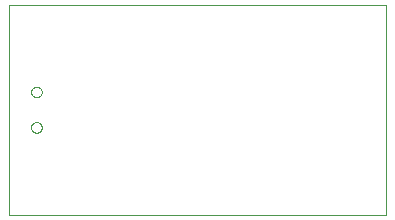
<source format=gm1>
G75*
%MOIN*%
%OFA0B0*%
%FSLAX25Y25*%
%IPPOS*%
%LPD*%
%AMOC8*
5,1,8,0,0,1.08239X$1,22.5*
%
%ADD10C,0.00000*%
D10*
X0006400Y0018983D02*
X0006400Y0088983D01*
X0131800Y0088983D01*
X0131800Y0018983D01*
X0006400Y0018983D01*
X0013628Y0048078D02*
X0013630Y0048162D01*
X0013636Y0048245D01*
X0013646Y0048328D01*
X0013660Y0048411D01*
X0013677Y0048493D01*
X0013699Y0048574D01*
X0013724Y0048653D01*
X0013753Y0048732D01*
X0013786Y0048809D01*
X0013822Y0048884D01*
X0013862Y0048958D01*
X0013905Y0049030D01*
X0013952Y0049099D01*
X0014002Y0049166D01*
X0014055Y0049231D01*
X0014111Y0049293D01*
X0014169Y0049353D01*
X0014231Y0049410D01*
X0014295Y0049463D01*
X0014362Y0049514D01*
X0014431Y0049561D01*
X0014502Y0049606D01*
X0014575Y0049646D01*
X0014650Y0049683D01*
X0014727Y0049717D01*
X0014805Y0049747D01*
X0014884Y0049773D01*
X0014965Y0049796D01*
X0015047Y0049814D01*
X0015129Y0049829D01*
X0015212Y0049840D01*
X0015295Y0049847D01*
X0015379Y0049850D01*
X0015463Y0049849D01*
X0015546Y0049844D01*
X0015630Y0049835D01*
X0015712Y0049822D01*
X0015794Y0049806D01*
X0015875Y0049785D01*
X0015956Y0049761D01*
X0016034Y0049733D01*
X0016112Y0049701D01*
X0016188Y0049665D01*
X0016262Y0049626D01*
X0016334Y0049584D01*
X0016404Y0049538D01*
X0016472Y0049489D01*
X0016537Y0049437D01*
X0016600Y0049382D01*
X0016660Y0049324D01*
X0016718Y0049263D01*
X0016772Y0049199D01*
X0016824Y0049133D01*
X0016872Y0049065D01*
X0016917Y0048994D01*
X0016958Y0048921D01*
X0016997Y0048847D01*
X0017031Y0048771D01*
X0017062Y0048693D01*
X0017089Y0048614D01*
X0017113Y0048533D01*
X0017132Y0048452D01*
X0017148Y0048370D01*
X0017160Y0048287D01*
X0017168Y0048203D01*
X0017172Y0048120D01*
X0017172Y0048036D01*
X0017168Y0047953D01*
X0017160Y0047869D01*
X0017148Y0047786D01*
X0017132Y0047704D01*
X0017113Y0047623D01*
X0017089Y0047542D01*
X0017062Y0047463D01*
X0017031Y0047385D01*
X0016997Y0047309D01*
X0016958Y0047235D01*
X0016917Y0047162D01*
X0016872Y0047091D01*
X0016824Y0047023D01*
X0016772Y0046957D01*
X0016718Y0046893D01*
X0016660Y0046832D01*
X0016600Y0046774D01*
X0016537Y0046719D01*
X0016472Y0046667D01*
X0016404Y0046618D01*
X0016334Y0046572D01*
X0016262Y0046530D01*
X0016188Y0046491D01*
X0016112Y0046455D01*
X0016034Y0046423D01*
X0015956Y0046395D01*
X0015875Y0046371D01*
X0015794Y0046350D01*
X0015712Y0046334D01*
X0015630Y0046321D01*
X0015546Y0046312D01*
X0015463Y0046307D01*
X0015379Y0046306D01*
X0015295Y0046309D01*
X0015212Y0046316D01*
X0015129Y0046327D01*
X0015047Y0046342D01*
X0014965Y0046360D01*
X0014884Y0046383D01*
X0014805Y0046409D01*
X0014727Y0046439D01*
X0014650Y0046473D01*
X0014575Y0046510D01*
X0014502Y0046550D01*
X0014431Y0046595D01*
X0014362Y0046642D01*
X0014295Y0046693D01*
X0014231Y0046746D01*
X0014169Y0046803D01*
X0014111Y0046863D01*
X0014055Y0046925D01*
X0014002Y0046990D01*
X0013952Y0047057D01*
X0013905Y0047126D01*
X0013862Y0047198D01*
X0013822Y0047272D01*
X0013786Y0047347D01*
X0013753Y0047424D01*
X0013724Y0047503D01*
X0013699Y0047582D01*
X0013677Y0047663D01*
X0013660Y0047745D01*
X0013646Y0047828D01*
X0013636Y0047911D01*
X0013630Y0047994D01*
X0013628Y0048078D01*
X0013628Y0059889D02*
X0013630Y0059973D01*
X0013636Y0060056D01*
X0013646Y0060139D01*
X0013660Y0060222D01*
X0013677Y0060304D01*
X0013699Y0060385D01*
X0013724Y0060464D01*
X0013753Y0060543D01*
X0013786Y0060620D01*
X0013822Y0060695D01*
X0013862Y0060769D01*
X0013905Y0060841D01*
X0013952Y0060910D01*
X0014002Y0060977D01*
X0014055Y0061042D01*
X0014111Y0061104D01*
X0014169Y0061164D01*
X0014231Y0061221D01*
X0014295Y0061274D01*
X0014362Y0061325D01*
X0014431Y0061372D01*
X0014502Y0061417D01*
X0014575Y0061457D01*
X0014650Y0061494D01*
X0014727Y0061528D01*
X0014805Y0061558D01*
X0014884Y0061584D01*
X0014965Y0061607D01*
X0015047Y0061625D01*
X0015129Y0061640D01*
X0015212Y0061651D01*
X0015295Y0061658D01*
X0015379Y0061661D01*
X0015463Y0061660D01*
X0015546Y0061655D01*
X0015630Y0061646D01*
X0015712Y0061633D01*
X0015794Y0061617D01*
X0015875Y0061596D01*
X0015956Y0061572D01*
X0016034Y0061544D01*
X0016112Y0061512D01*
X0016188Y0061476D01*
X0016262Y0061437D01*
X0016334Y0061395D01*
X0016404Y0061349D01*
X0016472Y0061300D01*
X0016537Y0061248D01*
X0016600Y0061193D01*
X0016660Y0061135D01*
X0016718Y0061074D01*
X0016772Y0061010D01*
X0016824Y0060944D01*
X0016872Y0060876D01*
X0016917Y0060805D01*
X0016958Y0060732D01*
X0016997Y0060658D01*
X0017031Y0060582D01*
X0017062Y0060504D01*
X0017089Y0060425D01*
X0017113Y0060344D01*
X0017132Y0060263D01*
X0017148Y0060181D01*
X0017160Y0060098D01*
X0017168Y0060014D01*
X0017172Y0059931D01*
X0017172Y0059847D01*
X0017168Y0059764D01*
X0017160Y0059680D01*
X0017148Y0059597D01*
X0017132Y0059515D01*
X0017113Y0059434D01*
X0017089Y0059353D01*
X0017062Y0059274D01*
X0017031Y0059196D01*
X0016997Y0059120D01*
X0016958Y0059046D01*
X0016917Y0058973D01*
X0016872Y0058902D01*
X0016824Y0058834D01*
X0016772Y0058768D01*
X0016718Y0058704D01*
X0016660Y0058643D01*
X0016600Y0058585D01*
X0016537Y0058530D01*
X0016472Y0058478D01*
X0016404Y0058429D01*
X0016334Y0058383D01*
X0016262Y0058341D01*
X0016188Y0058302D01*
X0016112Y0058266D01*
X0016034Y0058234D01*
X0015956Y0058206D01*
X0015875Y0058182D01*
X0015794Y0058161D01*
X0015712Y0058145D01*
X0015630Y0058132D01*
X0015546Y0058123D01*
X0015463Y0058118D01*
X0015379Y0058117D01*
X0015295Y0058120D01*
X0015212Y0058127D01*
X0015129Y0058138D01*
X0015047Y0058153D01*
X0014965Y0058171D01*
X0014884Y0058194D01*
X0014805Y0058220D01*
X0014727Y0058250D01*
X0014650Y0058284D01*
X0014575Y0058321D01*
X0014502Y0058361D01*
X0014431Y0058406D01*
X0014362Y0058453D01*
X0014295Y0058504D01*
X0014231Y0058557D01*
X0014169Y0058614D01*
X0014111Y0058674D01*
X0014055Y0058736D01*
X0014002Y0058801D01*
X0013952Y0058868D01*
X0013905Y0058937D01*
X0013862Y0059009D01*
X0013822Y0059083D01*
X0013786Y0059158D01*
X0013753Y0059235D01*
X0013724Y0059314D01*
X0013699Y0059393D01*
X0013677Y0059474D01*
X0013660Y0059556D01*
X0013646Y0059639D01*
X0013636Y0059722D01*
X0013630Y0059805D01*
X0013628Y0059889D01*
M02*

</source>
